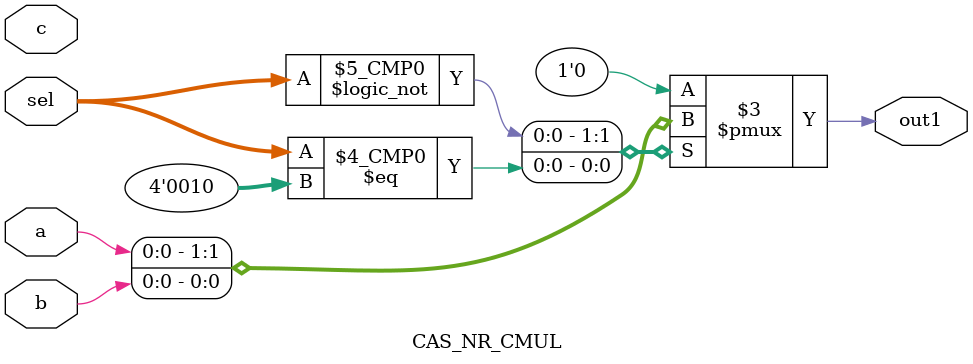
<source format=v>
module CAS_NR_CMUL (a,b,c,sel,out1); 
   input a, b, c; 
   input [3:0] sel; 
   output out1; 
   reg out1; 
   always @ (a or b or c or sel) 
   begin   
      case(sel)     
         0 : out1 = a;
         2 : out1 = b;     
         0 : out1 = c;            
         default : 
         out1 = 1'b0;    
      endcase 
   end 
endmodule


</source>
